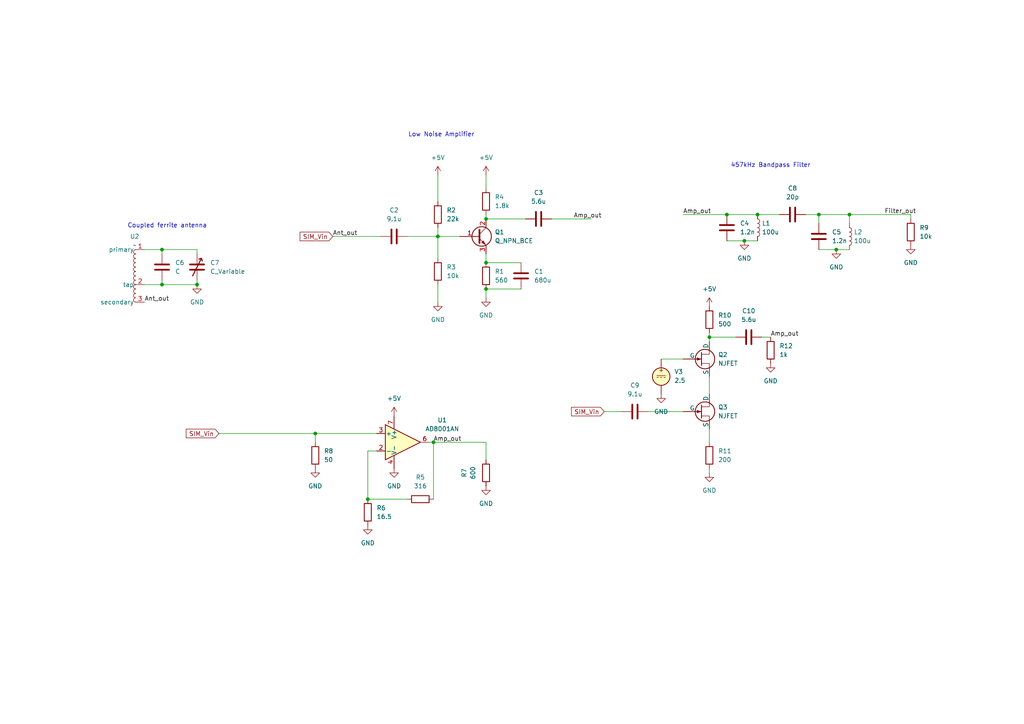
<source format=kicad_sch>
(kicad_sch (version 20250114) (generator "eeschema") (generator_version "9.0")
  (paper "A4")
  (lib_symbols
    (symbol "Amplifier_Operational:AD8001AN" (pin_names (offset 0.127))
      (property "Reference" "U" (at 0 6.35 0))
      (property "Value" "AD8001AN" (at 0 3.81 0))
      (symbol "AD8001AN_0_1"
        (polyline (pts (xy -5.08 5.08) (xy 5.08 0) (xy -5.08 -5.08) (xy -5.08 5.08)) (stroke (width 0.254)) (fill (type background)))
      )
      (symbol "AD8001AN_1_1"
        (pin input line (at -7.62 2.54 0) (length 2.54) (name "+") (number "3"))
        (pin input line (at -7.62 -2.54 0) (length 2.54) (name "-") (number "2"))
        (pin no_connect line (at -5.08 -2.54 90) (length 2.54) (hide yes) (name "NC") (number "1"))
        (pin power_in line (at -2.54 7.62 270) (length 3.81) (name "V+") (number "7"))
        (pin no_connect line (at -2.54 -2.54 90) (length 2.54) (hide yes) (name "NC") (number "5"))
        (pin power_in line (at -2.54 -7.62 90) (length 3.81) (name "V-") (number "4"))
        (pin no_connect line (at 0 -2.54 90) (length 2.54) (hide yes) (name "NC") (number "8"))
        (pin output line (at 7.62 0 180) (length 2.54) (name "~") (number "6"))
      )
    )
    (symbol "Device:C" (pin_numbers (hide yes)) (pin_names (offset 0.254))
      (property "Reference" "C" (at 0.635 2.54 0))
      (property "Value" "C" (at 0.635 -2.54 0))
      (symbol "C_0_1"
        (polyline (pts (xy -2.032 0.762) (xy 2.032 0.762)) (stroke (width 0.508)))
        (polyline (pts (xy -2.032 -0.762) (xy 2.032 -0.762)) (stroke (width 0.508)))
      )
      (symbol "C_1_1"
        (pin passive line (at 0 3.81 270) (length 2.794) (name "~") (number "1"))
        (pin passive line (at 0 -3.81 90) (length 2.794) (name "~") (number "2"))
      )
    )
    (symbol "Device:C_Variable" (pin_numbers (hide yes)) (pin_names (offset 0.254) (hide yes))
      (property "Reference" "C" (at 0.635 -1.905 0))
      (property "Value" "C_Variable" (at 0.635 -3.81 0))
      (symbol "C_Variable_0_1"
        (polyline (pts (xy -2.032 0.762) (xy 2.032 0.762)) (stroke (width 0.508)))
        (polyline (pts (xy -2.032 -0.762) (xy 2.032 -0.762)) (stroke (width 0.508)))
        (polyline (pts (xy 1.27 2.54) (xy -1.27 -2.54)) (stroke (width 0.3048)))
        (polyline (pts (xy 1.27 2.54) (xy 0.508 2.286)) (stroke (width 0.3048)))
        (polyline (pts (xy 1.27 2.54) (xy 1.524 1.778)) (stroke (width 0.3048)))
      )
      (symbol "C_Variable_1_1"
        (pin passive line (at 0 3.81 270) (length 3.048) (name "~") (number "1"))
        (pin passive line (at 0 -3.81 90) (length 3.048) (name "~") (number "2"))
      )
    )
    (symbol "Device:L" (pin_numbers (hide yes)) (pin_names (offset 1.016) (hide yes))
      (property "Reference" "L" (at -1.27 0 90))
      (property "Value" "L" (at 1.905 0 90))
      (symbol "L_0_1"
        (arc (start 0 2.54) (mid 0.6323 1.905) (end 0 1.27))
        (arc (start 0 1.27) (mid 0.6323 0.635) (end 0 0))
        (arc (start 0 0) (mid 0.6323 -0.635) (end 0 -1.27))
        (arc (start 0 -1.27) (mid 0.6323 -1.905) (end 0 -2.54))
      )
      (symbol "L_1_1"
        (pin passive line (at 0 3.81 270) (length 1.27) (name "1") (number "1"))
        (pin passive line (at 0 -3.81 90) (length 1.27) (name "2") (number "2"))
      )
    )
    (symbol "Device:Q_NPN_BCE" (pin_names (offset 0) (hide yes))
      (property "Reference" "Q" (at 5.08 1.27 0))
      (property "Value" "Q_NPN_BCE" (at 5.08 -1.27 0))
      (symbol "Q_NPN_BCE_0_1"
        (polyline (pts (xy 0.635 1.905) (xy 0.635 -1.905) (xy 0.635 -1.905)) (stroke (width 0.508)))
        (polyline (pts (xy 0.635 0.635) (xy 2.54 2.54)))
        (polyline (pts (xy 0.635 -0.635) (xy 2.54 -2.54) (xy 2.54 -2.54)))
        (circle (center 1.27 0) (radius 2.8194) (stroke (width 0.254)))
        (polyline (pts (xy 1.27 -1.778) (xy 1.778 -1.27) (xy 2.286 -2.286) (xy 1.27 -1.778) (xy 1.27 -1.778)) (fill (type outline)))
      )
      (symbol "Q_NPN_BCE_1_1"
        (pin input line (at -5.08 0 0) (length 5.715) (name "B") (number "1"))
        (pin passive line (at 2.54 5.08 270) (length 2.54) (name "C") (number "2"))
        (pin passive line (at 2.54 -5.08 90) (length 2.54) (name "E") (number "3"))
      )
    )
    (symbol "Device:R" (pin_numbers (hide yes)) (pin_names (offset 0))
      (property "Reference" "R" (at 2.032 0 90))
      (property "Value" "R" (at 0 0 90))
      (symbol "R_0_1"
        (rectangle (start -1.016 -2.54) (end 1.016 2.54) (stroke (width 0.254)))
      )
      (symbol "R_1_1"
        (pin passive line (at 0 3.81 270) (length 1.27) (name "~") (number "1"))
        (pin passive line (at 0 -3.81 90) (length 1.27) (name "~") (number "2"))
      )
    )
    (symbol "Simulation_SPICE:NJFET" (pin_numbers (hide yes)) (pin_names (offset 0))
      (property "Reference" "Q" (at 5.08 1.27 0))
      (property "Value" "NJFET" (at 5.08 -1.27 0))
      (symbol "NJFET_0_1"
        (polyline (pts (xy 0 0) (xy -1.016 0.381) (xy -1.016 -0.381) (xy 0 0)) (fill (type outline)))
        (polyline (pts (xy 0.254 1.905) (xy 0.254 -1.905) (xy 0.254 -1.905)) (stroke (width 0.254)))
        (circle (center 1.27 0) (radius 2.8194) (stroke (width 0.254)))
        (polyline (pts (xy 2.54 2.54) (xy 2.54 1.397) (xy 0.254 1.397)))
        (polyline (pts (xy 2.54 -2.54) (xy 2.54 -1.27) (xy 0.254 -1.27)))
      )
      (symbol "NJFET_1_1"
        (pin input line (at -5.08 0 0) (length 5.334) (name "G") (number "2"))
        (pin passive line (at 2.54 5.08 270) (length 2.54) (name "D") (number "1"))
        (pin passive line (at 2.54 -5.08 90) (length 2.54) (name "S") (number "3"))
      )
    )
    (symbol "Simulation_SPICE:VDC" (pin_numbers (hide yes)) (pin_names (offset 0.0254))
      (property "Reference" "V" (at 2.54 2.54 0))
      (property "Value" "1" (at 2.54 0 0))
      (symbol "VDC_0_0"
        (polyline (pts (xy -1.27 0.254) (xy 1.27 0.254)))
        (polyline (pts (xy -0.762 -0.254) (xy -1.27 -0.254)))
        (polyline (pts (xy 0.254 -0.254) (xy -0.254 -0.254)))
        (polyline (pts (xy 1.27 -0.254) (xy 0.762 -0.254)))
        (text "+" (at 0 1.905 0) (effects (font (size 1.27 1.27))))
      )
      (symbol "VDC_0_1"
        (circle (center 0 0) (radius 2.54) (stroke (width 0.254)) (fill (type background)))
      )
      (symbol "VDC_1_1"
        (pin passive line (at 0 5.08 270) (length 2.54) (name "~") (number "1"))
        (pin passive line (at 0 -5.08 90) (length 2.54) (name "~") (number "2"))
      )
    )
    (symbol "antenna:Ferrite_antenna_tapped"
      (property "Reference" "U" (at 0 0 0))
      (symbol "Ferrite_antenna_tapped_0_1"
        (arc (start -2.54 -3.81) (mid -3.175 -3.175) (end -2.54 -2.54))
        (arc (start -2.54 -5.08) (mid -3.175 -4.445) (end -2.54 -3.81))
        (arc (start -2.54 -6.35) (mid -3.175 -5.715) (end -2.54 -5.08))
        (arc (start -2.54 -7.62) (mid -3.175 -6.985) (end -2.54 -6.35))
        (arc (start -2.54 -8.89) (mid -3.175 -8.255) (end -2.54 -7.62))
        (arc (start -2.54 -10.16) (mid -3.175 -9.525) (end -2.54 -8.89))
        (arc (start -2.54 -11.43) (mid -3.175 -10.795) (end -2.54 -10.16))
        (arc (start -2.54 -12.7) (mid -3.175 -12.065) (end -2.54 -11.43))
        (arc (start -2.54 -13.97) (mid -3.175 -13.335) (end -2.54 -12.7))
        (arc (start -2.54 -15.24) (mid -3.175 -14.605) (end -2.54 -13.97))
        (arc (start -2.54 -16.51) (mid -3.175 -15.875) (end -2.54 -15.24))
        (arc (start -2.54 -17.78) (mid -3.175 -17.145) (end -2.54 -16.51))
      )
      (symbol "Ferrite_antenna_tapped_1_1"
        (pin passive line (at 0 -2.54 180) (length 2.54) (name "primary") (number "1"))
        (pin passive line (at 0 -12.7 180) (length 2.54) (name "tap") (number "2"))
        (pin passive line (at 0 -17.78 180) (length 2.54) (name "secondary") (number "3"))
      )
    )
    (symbol "power:+5V" (power) (pin_names (offset 0))
      (property "Value" "+5V" (at 0 3.556 0))
      (symbol "+5V_0_1"
        (polyline (pts (xy -0.762 1.27) (xy 0 2.54)))
        (polyline (pts (xy 0 2.54) (xy 0.762 1.27)))
        (polyline (pts (xy 0 0) (xy 0 2.54)))
      )
      (symbol "+5V_1_1"
        (pin power_in line (at 0 0 90) (length 0) (hide yes) (name "+5V") (number "1"))
      )
    )
    (symbol "power:GND" (power) (pin_names (offset 0))
      (property "Value" "GND" (at 0 -3.81 0))
      (symbol "GND_0_1"
        (polyline (pts (xy 0 0) (xy 0 -1.27) (xy 1.27 -1.27) (xy 0 -2.54) (xy -1.27 -1.27) (xy 0 -1.27)))
      )
      (symbol "GND_1_1"
        (pin power_in line (at 0 0 270) (length 0) (hide yes) (name "GND") (number "1"))
      )
    )
  )
  (text "Low Noise Amplifier" (at 128.016 39.116 0) (effects (font (size 1.27 1.27))))
  (text "Coupled ferrite antenna" (at 48.514 65.532 0) (effects (font (size 1.27 1.27))))
  (text "457kHz Bandpass Filter" (at 223.52 48.006 0) (effects (font (size 1.27 1.27))))
  (junction (at 91.44 125.73))
  (junction (at 57.15 82.55))
  (junction (at 215.9 69.85))
  (junction (at 219.71 62.23))
  (junction (at 140.97 76.2))
  (junction (at 246.38 62.23))
  (junction (at 205.74 97.79))
  (junction (at 242.57 72.39))
  (junction (at 127 68.58))
  (junction (at 106.68 144.78))
  (junction (at 237.49 62.23))
  (junction (at 210.82 62.23))
  (junction (at 46.99 82.55))
  (junction (at 46.99 72.39))
  (junction (at 140.97 83.82))
  (junction (at 140.97 63.5))
  (junction (at 125.73 128.27))
  (wire (pts (xy 264.16 63.5) (xy 264.16 62.23)))
  (wire (pts (xy 63.5 125.73) (xy 91.44 125.73)))
  (wire (pts (xy 246.38 62.23) (xy 264.16 62.23)))
  (wire (pts (xy 140.97 50.8) (xy 140.97 54.61)))
  (wire (pts (xy 91.44 125.73) (xy 91.44 128.27)))
  (wire (pts (xy 96.52 68.58) (xy 110.49 68.58)))
  (wire (pts (xy 140.97 83.82) (xy 151.13 83.82)))
  (wire (pts (xy 41.91 72.39) (xy 46.99 72.39)))
  (wire (pts (xy 198.12 62.23) (xy 210.82 62.23)))
  (wire (pts (xy 205.74 137.16) (xy 205.74 135.89)))
  (wire (pts (xy 106.68 130.81) (xy 106.68 144.78)))
  (wire (pts (xy 233.68 62.23) (xy 237.49 62.23)))
  (wire (pts (xy 187.96 119.38) (xy 198.12 119.38)))
  (wire (pts (xy 125.73 128.27) (xy 125.73 144.78)))
  (wire (pts (xy 140.97 62.23) (xy 140.97 63.5)))
  (wire (pts (xy 205.74 97.79) (xy 205.74 99.06)))
  (wire (pts (xy 127 66.04) (xy 127 68.58)))
  (wire (pts (xy 215.9 69.85) (xy 219.71 69.85)))
  (wire (pts (xy 46.99 81.28) (xy 46.99 82.55)))
  (wire (pts (xy 140.97 128.27) (xy 125.73 128.27)))
  (wire (pts (xy 106.68 130.81) (xy 109.22 130.81)))
  (wire (pts (xy 127 50.8) (xy 127 58.42)))
  (wire (pts (xy 151.13 76.2) (xy 140.97 76.2)))
  (wire (pts (xy 152.4 63.5) (xy 140.97 63.5)))
  (wire (pts (xy 237.49 72.39) (xy 242.57 72.39)))
  (wire (pts (xy 219.71 62.23) (xy 226.06 62.23)))
  (wire (pts (xy 57.15 72.39) (xy 57.15 73.66)))
  (wire (pts (xy 46.99 72.39) (xy 57.15 72.39)))
  (wire (pts (xy 246.38 62.23) (xy 237.49 62.23)))
  (wire (pts (xy 205.74 97.79) (xy 213.36 97.79)))
  (wire (pts (xy 127 68.58) (xy 127 74.93)))
  (wire (pts (xy 220.98 97.79) (xy 223.52 97.79)))
  (wire (pts (xy 175.26 119.38) (xy 180.34 119.38)))
  (wire (pts (xy 237.49 62.23) (xy 237.49 64.77)))
  (wire (pts (xy 125.73 128.27) (xy 124.46 128.27)))
  (wire (pts (xy 91.44 125.73) (xy 109.22 125.73)))
  (wire (pts (xy 140.97 86.36) (xy 140.97 83.82)))
  (wire (pts (xy 205.74 109.22) (xy 205.74 114.3)))
  (wire (pts (xy 127 87.63) (xy 127 82.55)))
  (wire (pts (xy 140.97 133.35) (xy 140.97 128.27)))
  (wire (pts (xy 210.82 69.85) (xy 215.9 69.85)))
  (wire (pts (xy 140.97 73.66) (xy 140.97 76.2)))
  (wire (pts (xy 205.74 96.52) (xy 205.74 97.79)))
  (wire (pts (xy 246.38 64.77) (xy 246.38 62.23)))
  (wire (pts (xy 41.91 82.55) (xy 46.99 82.55)))
  (wire (pts (xy 133.35 68.58) (xy 127 68.58)))
  (wire (pts (xy 46.99 82.55) (xy 57.15 82.55)))
  (wire (pts (xy 242.57 72.39) (xy 246.38 72.39)))
  (wire (pts (xy 46.99 73.66) (xy 46.99 72.39)))
  (wire (pts (xy 160.02 63.5) (xy 171.45 63.5)))
  (wire (pts (xy 191.77 104.14) (xy 198.12 104.14)))
  (wire (pts (xy 106.68 144.78) (xy 118.11 144.78)))
  (wire (pts (xy 57.15 81.28) (xy 57.15 82.55)))
  (wire (pts (xy 210.82 62.23) (xy 219.71 62.23)))
  (wire (pts (xy 205.74 128.27) (xy 205.74 124.46)))
  (wire (pts (xy 118.11 68.58) (xy 127 68.58)))
  (label "Amp_out" (at 125.73 128.27 0))
  (label "Filter_out" (at 256.54 62.23 0))
  (label "Ant_out" (at 41.91 87.63 0))
  (label "Amp_out" (at 166.37 63.5 0))
  (label "Amp_out" (at 223.52 97.79 0))
  (label "Amp_out" (at 198.12 62.23 0))
  (label "Ant_out" (at 96.52 68.58 0))
  (global_label "SIM_Vin" (shape input) (at 175.26 119.38 180) (property "Intersheetrefs" "${INTERSHEET_REFS}" (effects (hide yes))))
  (global_label "SIM_Vin" (shape input) (at 63.5 125.73 180) (property "Intersheetrefs" "${INTERSHEET_REFS}" (effects (hide yes))))
  (global_label "SIM_Vin" (shape input) (at 96.52 68.58 180) (property "Intersheetrefs" "${INTERSHEET_REFS}" (effects (hide yes))))
  (symbol (lib_id "Device:R") (at 205.74 132.08 0) (unit 1)
    (property "Reference" "R11" (at 208.28 130.8099 0) (effects (justify left)))
    (property "Value" "200" (at 208.28 133.3499 0) (effects (justify left)))
    (property "Description" "Resistor" (effects (hide yes)))
  )
  (symbol (lib_id "Amplifier_Operational:AD8001AN") (at 116.84 128.27 0) (unit 1) (exclude_from_sim yes)
    (property "Reference" "U1" (at 128.27 121.8498 0))
    (property "Value" "AD8001AN" (at 128.27 124.3898 0))
    (property "Footprint" "Package_DIP:DIP-8_W7.62mm" (effects (hide yes)))
    (property "Datasheet" "https://www.analog.com/media/en/technical-documentation/data-sheets/ad8001.pdf" (effects (hide yes)))
    (property "Description" "Current Feedback Amplifier, 800 MHz, 50mW, DIP-8" (effects (hide yes)))
    (property "Sim.Library" "../spice_libraries/KiCad-Spice-Library/Models/uncategorized/spice_complete/AD6A.LIB" (effects (hide yes)))
    (property "Sim.Name" "AD8001AN" (effects (hide yes)))
    (property "Sim.Device" "SUBCKT" (effects (hide yes)))
    (property "Sim.Pins" "1=3 2=2 3=7 4=4 5=6" (effects (hide yes)))
  )
  (symbol (lib_id "power:GND") (at 140.97 140.97 0) (unit 1) (exclude_from_sim yes)
    (property "Reference" "#PWR015" (effects (hide yes)))
    (property "Value" "GND" (at 140.97 146.05 0))
    (property "Description" "Power symbol creates a global label with name \"GND\" , ground" (effects (hide yes)))
  )
  (symbol (lib_id "Simulation_SPICE:NJFET") (at 203.2 104.14 0) (unit 1)
    (property "Reference" "Q2" (at 208.28 102.8699 0) (effects (justify left)))
    (property "Value" "NJFET" (at 208.28 105.4099 0) (effects (justify left)))
    (property "Datasheet" "https://ngspice.sourceforge.io/docs/ngspice-html-manual/manual.xhtml#cha_JFETs" (effects (hide yes)))
    (property "Description" "N-JFET transistor, for simulation only" (effects (hide yes)))
    (property "Sim.Device" "NJFET" (effects (hide yes)))
    (property "Sim.Type" "SHICHMANHODGES" (effects (hide yes)))
    (property "Sim.Pins" "1=D 2=G 3=S" (effects (hide yes)))
  )
  (symbol (lib_id "power:GND") (at 264.16 71.12 0) (unit 1) (exclude_from_sim yes)
    (property "Reference" "#PWR013" (effects (hide yes)))
    (property "Value" "GND" (at 264.16 76.2 0))
    (property "Description" "Power symbol creates a global label with name \"GND\" , ground" (effects (hide yes)))
  )
  (symbol (lib_id "power:GND") (at 127 87.63 0) (unit 1) (exclude_from_sim yes)
    (property "Reference" "#PWR03" (effects (hide yes)))
    (property "Value" "GND" (at 127 92.71 0))
    (property "Description" "Power symbol creates a global label with name \"GND\" , ground" (effects (hide yes)))
  )
  (symbol (lib_id "Device:L") (at 246.38 68.58 0) (unit 1) (exclude_from_sim yes)
    (property "Reference" "L2" (at 247.65 67.3099 0) (effects (justify left)))
    (property "Value" "100u" (at 247.65 69.8499 0) (effects (justify left)))
    (property "Description" "Inductor" (effects (hide yes)))
  )
  (symbol (lib_id "Device:C_Variable") (at 57.15 77.47 0) (unit 1) (exclude_from_sim yes)
    (property "Reference" "C7" (at 60.96 76.1999 0) (effects (justify left)))
    (property "Value" "C_Variable" (at 60.96 78.7399 0) (effects (justify left)))
    (property "Description" "Variable capacitor" (effects (hide yes)))
  )
  (symbol (lib_id "Device:R") (at 127 62.23 0) (unit 1) (exclude_from_sim yes)
    (property "Reference" "R2" (at 129.54 60.9599 0) (effects (justify left)))
    (property "Value" "22k" (at 129.54 63.4999 0) (effects (justify left)))
    (property "Description" "Resistor" (effects (hide yes)))
  )
  (symbol (lib_id "Device:R") (at 140.97 137.16 180) (unit 1) (exclude_from_sim yes)
    (property "Reference" "R7" (at 134.62 137.16 90))
    (property "Value" "600" (at 137.16 137.16 90))
    (property "Description" "Resistor" (effects (hide yes)))
  )
  (symbol (lib_id "Device:L") (at 219.71 66.04 0) (unit 1) (exclude_from_sim yes)
    (property "Reference" "L1" (at 220.98 64.7699 0) (effects (justify left)))
    (property "Value" "100u" (at 220.98 67.3099 0) (effects (justify left)))
    (property "Description" "Inductor" (effects (hide yes)))
  )
  (symbol (lib_id "Device:C") (at 229.87 62.23 270) (unit 1) (exclude_from_sim yes)
    (property "Reference" "C8" (at 229.87 54.61 90))
    (property "Value" "20p" (at 229.87 57.15 90))
    (property "Description" "Unpolarized capacitor" (effects (hide yes)))
  )
  (symbol (lib_id "antenna:Ferrite_antenna_tapped") (at 41.91 69.85 0) (unit 1) (exclude_from_sim yes)
    (property "Reference" "U2" (at 39.0525 68.58 0))
    (property "Value" "~" (at 39.0525 71.12 0))
  )
  (symbol (lib_id "power:GND") (at 57.15 82.55 0) (unit 1) (exclude_from_sim yes)
    (property "Reference" "#PWR011" (effects (hide yes)))
    (property "Value" "GND" (at 57.15 87.63 0))
    (property "Description" "Power symbol creates a global label with name \"GND\" , ground" (effects (hide yes)))
  )
  (symbol (lib_id "Device:C") (at 151.13 80.01 0) (unit 1) (exclude_from_sim yes)
    (property "Reference" "C1" (at 154.94 78.7399 0) (effects (justify left)))
    (property "Value" "680u" (at 154.94 81.2799 0) (effects (justify left)))
    (property "Description" "Unpolarized capacitor" (effects (hide yes)))
  )
  (symbol (lib_id "power:GND") (at 191.77 114.3 0) (unit 1)
    (property "Reference" "#PWR021" (effects (hide yes)))
    (property "Value" "GND" (at 191.77 119.38 0))
    (property "Description" "Power symbol creates a global label with name \"GND\" , ground" (effects (hide yes)))
  )
  (symbol (lib_id "Device:C") (at 156.21 63.5 90) (unit 1) (exclude_from_sim yes)
    (property "Reference" "C3" (at 156.21 55.88 90))
    (property "Value" "5.6u" (at 156.21 58.42 90))
    (property "Description" "Unpolarized capacitor" (effects (hide yes)))
  )
  (symbol (lib_id "Device:C") (at 46.99 77.47 0) (unit 1) (exclude_from_sim yes)
    (property "Reference" "C6" (at 50.8 76.1999 0) (effects (justify left)))
    (property "Value" "C" (at 50.8 78.7399 0) (effects (justify left)))
    (property "Description" "Unpolarized capacitor" (effects (hide yes)))
  )
  (symbol (lib_id "power:+5V") (at 140.97 50.8 0) (unit 1) (exclude_from_sim yes)
    (property "Reference" "#PWR02" (effects (hide yes)))
    (property "Value" "+5V" (at 140.97 45.72 0))
    (property "Description" "Power symbol creates a global label with name \"+5V\"" (effects (hide yes)))
  )
  (symbol (lib_id "power:+5V") (at 127 50.8 0) (unit 1) (exclude_from_sim yes)
    (property "Reference" "#PWR01" (effects (hide yes)))
    (property "Value" "+5V" (at 127 45.72 0))
    (property "Description" "Power symbol creates a global label with name \"+5V\"" (effects (hide yes)))
  )
  (symbol (lib_id "power:GND") (at 106.68 152.4 0) (unit 1) (exclude_from_sim yes)
    (property "Reference" "#PWR014" (effects (hide yes)))
    (property "Value" "GND" (at 106.68 157.48 0))
    (property "Description" "Power symbol creates a global label with name \"GND\" , ground" (effects (hide yes)))
  )
  (symbol (lib_id "power:GND") (at 114.3 135.89 0) (unit 1) (exclude_from_sim yes)
    (property "Reference" "#PWR016" (effects (hide yes)))
    (property "Value" "GND" (at 114.3 140.97 0))
    (property "Description" "Power symbol creates a global label with name \"GND\" , ground" (effects (hide yes)))
  )
  (symbol (lib_id "power:GND") (at 205.74 137.16 0) (unit 1)
    (property "Reference" "#PWR019" (effects (hide yes)))
    (property "Value" "GND" (at 205.74 142.24 0))
    (property "Description" "Power symbol creates a global label with name \"GND\" , ground" (effects (hide yes)))
  )
  (symbol (lib_id "Device:R") (at 140.97 80.01 0) (unit 1) (exclude_from_sim yes)
    (property "Reference" "R1" (at 143.51 78.7399 0) (effects (justify left)))
    (property "Value" "560" (at 143.51 81.2799 0) (effects (justify left)))
    (property "Description" "Resistor" (effects (hide yes)))
  )
  (symbol (lib_id "Simulation_SPICE:NJFET") (at 203.2 119.38 0) (unit 1)
    (property "Reference" "Q3" (at 208.28 118.1099 0) (effects (justify left)))
    (property "Value" "NJFET" (at 208.28 120.6499 0) (effects (justify left)))
    (property "Datasheet" "https://ngspice.sourceforge.io/docs/ngspice-html-manual/manual.xhtml#cha_JFETs" (effects (hide yes)))
    (property "Description" "N-JFET transistor, for simulation only" (effects (hide yes)))
    (property "Sim.Device" "NJFET" (effects (hide yes)))
    (property "Sim.Type" "SHICHMANHODGES" (effects (hide yes)))
    (property "Sim.Pins" "1=D 2=G 3=S" (effects (hide yes)))
  )
  (symbol (lib_id "Device:R") (at 264.16 67.31 0) (unit 1) (exclude_from_sim yes)
    (property "Reference" "R9" (at 266.7 66.0399 0) (effects (justify left)))
    (property "Value" "10k" (at 266.7 68.5799 0) (effects (justify left)))
    (property "Description" "Resistor" (effects (hide yes)))
  )
  (symbol (lib_id "Device:C") (at 210.82 66.04 180) (unit 1) (exclude_from_sim yes)
    (property "Reference" "C4" (at 214.63 64.7699 0) (effects (justify right)))
    (property "Value" "1.2n" (at 214.63 67.3099 0) (effects (justify right)))
    (property "Description" "Unpolarized capacitor" (effects (hide yes)))
  )
  (symbol (lib_id "Device:C") (at 217.17 97.79 90) (unit 1)
    (property "Reference" "C10" (at 217.17 90.17 90))
    (property "Value" "5.6u" (at 217.17 92.71 90))
    (property "Description" "Unpolarized capacitor" (effects (hide yes)))
  )
  (symbol (lib_id "power:GND") (at 223.52 105.41 0) (unit 1)
    (property "Reference" "#PWR022" (effects (hide yes)))
    (property "Value" "GND" (at 223.52 110.49 0))
    (property "Description" "Power symbol creates a global label with name \"GND\" , ground" (effects (hide yes)))
  )
  (symbol (lib_id "Device:R") (at 205.74 92.71 0) (unit 1)
    (property "Reference" "R10" (at 208.28 91.4399 0) (effects (justify left)))
    (property "Value" "500" (at 208.28 93.9799 0) (effects (justify left)))
    (property "Description" "Resistor" (effects (hide yes)))
  )
  (symbol (lib_id "Device:R") (at 106.68 148.59 0) (unit 1) (exclude_from_sim yes)
    (property "Reference" "R6" (at 109.22 147.3199 0) (effects (justify left)))
    (property "Value" "16.5" (at 109.22 149.8599 0) (effects (justify left)))
    (property "Description" "Resistor" (effects (hide yes)))
  )
  (symbol (lib_id "Device:C") (at 237.49 68.58 180) (unit 1) (exclude_from_sim yes)
    (property "Reference" "C5" (at 241.3 67.3099 0) (effects (justify right)))
    (property "Value" "1.2n" (at 241.3 69.8499 0) (effects (justify right)))
    (property "Description" "Unpolarized capacitor" (effects (hide yes)))
  )
  (symbol (lib_id "Device:R") (at 127 78.74 0) (unit 1) (exclude_from_sim yes)
    (property "Reference" "R3" (at 129.54 77.4699 0) (effects (justify left)))
    (property "Value" "10k" (at 129.54 80.0099 0) (effects (justify left)))
    (property "Description" "Resistor" (effects (hide yes)))
  )
  (symbol (lib_id "Device:R") (at 140.97 58.42 0) (unit 1) (exclude_from_sim yes)
    (property "Reference" "R4" (at 143.51 57.1499 0) (effects (justify left)))
    (property "Value" "1.8k" (at 143.51 59.6899 0) (effects (justify left)))
    (property "Description" "Resistor" (effects (hide yes)))
  )
  (symbol (lib_id "power:GND") (at 215.9 69.85 0) (unit 1) (exclude_from_sim yes)
    (property "Reference" "#PWR012" (effects (hide yes)))
    (property "Value" "GND" (at 215.9 74.93 0))
    (property "Description" "Power symbol creates a global label with name \"GND\" , ground" (effects (hide yes)))
  )
  (symbol (lib_id "Device:R") (at 223.52 101.6 0) (unit 1)
    (property "Reference" "R12" (at 226.06 100.3299 0) (effects (justify left)))
    (property "Value" "1k" (at 226.06 102.8699 0) (effects (justify left)))
    (property "Description" "Resistor" (effects (hide yes)))
  )
  (symbol (lib_id "power:+5V") (at 205.74 88.9 0) (unit 1)
    (property "Reference" "#PWR020" (effects (hide yes)))
    (property "Value" "+5V" (at 205.74 83.82 0))
    (property "Description" "Power symbol creates a global label with name \"+5V\"" (effects (hide yes)))
  )
  (symbol (lib_id "power:GND") (at 242.57 72.39 0) (unit 1) (exclude_from_sim yes)
    (property "Reference" "#PWR010" (effects (hide yes)))
    (property "Value" "GND" (at 242.57 77.47 0))
    (property "Description" "Power symbol creates a global label with name \"GND\" , ground" (effects (hide yes)))
  )
  (symbol (lib_id "Device:C") (at 114.3 68.58 90) (unit 1) (exclude_from_sim yes)
    (property "Reference" "C2" (at 114.3 60.96 90))
    (property "Value" "9.1u" (at 114.3 63.5 90))
    (property "Description" "Unpolarized capacitor" (effects (hide yes)))
  )
  (symbol (lib_id "power:GND") (at 91.44 135.89 0) (unit 1) (exclude_from_sim yes)
    (property "Reference" "#PWR017" (effects (hide yes)))
    (property "Value" "GND" (at 91.44 140.97 0))
    (property "Description" "Power symbol creates a global label with name \"GND\" , ground" (effects (hide yes)))
  )
  (symbol (lib_id "power:GND") (at 140.97 86.36 0) (unit 1) (exclude_from_sim yes)
    (property "Reference" "#PWR04" (effects (hide yes)))
    (property "Value" "GND" (at 140.97 91.44 0))
    (property "Description" "Power symbol creates a global label with name \"GND\" , ground" (effects (hide yes)))
  )
  (symbol (lib_id "Device:R") (at 121.92 144.78 90) (unit 1) (exclude_from_sim yes)
    (property "Reference" "R5" (at 121.92 138.43 90))
    (property "Value" "316" (at 121.92 140.97 90))
    (property "Description" "Resistor" (effects (hide yes)))
  )
  (symbol (lib_id "Simulation_SPICE:VDC") (at 191.77 109.22 0) (unit 1)
    (property "Reference" "V3" (at 195.58 107.8201 0) (effects (justify left)))
    (property "Value" "2.5" (at 195.58 110.3601 0) (effects (justify left)))
    (property "Datasheet" "https://ngspice.sourceforge.io/docs/ngspice-html-manual/manual.xhtml#sec_Independent_Sources_for" (effects (hide yes)))
    (property "Description" "Voltage source, DC" (effects (hide yes)))
    (property "Sim.Pins" "1=+ 2=-" (effects (hide yes)))
    (property "Sim.Type" "DC" (effects (hide yes)))
    (property "Sim.Device" "V" (effects (hide yes)))
  )
  (symbol (lib_id "Device:C") (at 184.15 119.38 90) (unit 1)
    (property "Reference" "C9" (at 184.15 111.76 90))
    (property "Value" "9.1u" (at 184.15 114.3 90))
    (property "Description" "Unpolarized capacitor" (effects (hide yes)))
  )
  (symbol (lib_id "Device:R") (at 91.44 132.08 180) (unit 1) (exclude_from_sim yes)
    (property "Reference" "R8" (at 93.98 130.8099 0) (effects (justify right)))
    (property "Value" "50" (at 93.98 133.3499 0) (effects (justify right)))
    (property "Description" "Resistor" (effects (hide yes)))
  )
  (symbol (lib_id "power:+5V") (at 114.3 120.65 0) (unit 1) (exclude_from_sim yes)
    (property "Reference" "#PWR09" (effects (hide yes)))
    (property "Value" "+5V" (at 114.3 115.57 0))
    (property "Description" "Power symbol creates a global label with name \"+5V\"" (effects (hide yes)))
  )
  (symbol (lib_id "Device:Q_NPN_BCE") (at 138.43 68.58 0) (unit 1) (exclude_from_sim yes)
    (property "Reference" "Q1" (at 143.51 67.3099 0) (effects (justify left)))
    (property "Value" "Q_NPN_BCE" (at 143.51 69.8499 0) (effects (justify left)))
    (property "Footprint" "Package_TO_SOT_THT:TO-92_Inline" (effects (hide yes)))
    (property "Description" "NPN transistor, base/collector/emitter" (effects (hide yes)))
    (property "Sim.Device" "NPN" (effects (hide yes)))
    (property "Sim.Type" "GUMMELPOON" (effects (hide yes)))
    (property "Sim.Pins" "1=B 2=C 3=E" (effects (hide yes)))
    (property "Sim.Library" "/home/aidan/Avy-Dawgs/pcb/spice_libraries/misc/2N3904" (effects (hide yes)))
    (property "Sim.Name" "2N3904" (effects (hide yes)))
  )
)
</source>
